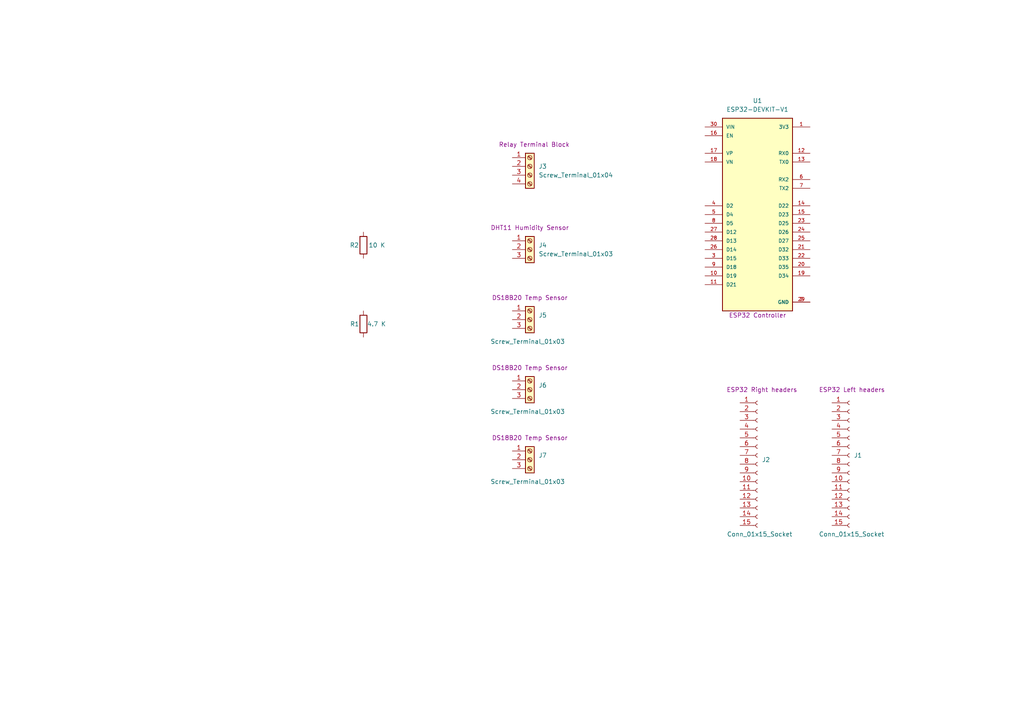
<source format=kicad_sch>
(kicad_sch (version 20231120) (generator "eeschema") (generator_version "8.0")
  (paper "A4")
  (title_block (title "${projectName}") (date "2025-01-23") (rev "${revision}"))
  (lib_symbols
    (symbol "Connector:Conn_01x15_Socket" (pin_names (offset 1.016) hide)
      (property "Reference" "J" (at 0 20.32 0))
      (property "Value" "Conn_01x15_Socket" (at 0 -20.32 0))
      (symbol "Conn_01x15_Socket_1_1"
        (arc (start 0 -17.272) (mid -0.5058 -17.78) (end 0 -18.288) (stroke (width 0.1524)))
        (arc (start 0 -14.732) (mid -0.5058 -15.24) (end 0 -15.748) (stroke (width 0.1524)))
        (arc (start 0 -12.192) (mid -0.5058 -12.7) (end 0 -13.208) (stroke (width 0.1524)))
        (arc (start 0 -9.652) (mid -0.5058 -10.16) (end 0 -10.668) (stroke (width 0.1524)))
        (arc (start 0 -7.112) (mid -0.5058 -7.62) (end 0 -8.128) (stroke (width 0.1524)))
        (arc (start 0 -4.572) (mid -0.5058 -5.08) (end 0 -5.588) (stroke (width 0.1524)))
        (arc (start 0 -2.032) (mid -0.5058 -2.54) (end 0 -3.048) (stroke (width 0.1524)))
        (polyline (pts (xy -1.27 -17.78) (xy -0.508 -17.78)) (stroke (width 0.1524)))
        (polyline (pts (xy -1.27 -15.24) (xy -0.508 -15.24)) (stroke (width 0.1524)))
        (polyline (pts (xy -1.27 -12.7) (xy -0.508 -12.7)) (stroke (width 0.1524)))
        (polyline (pts (xy -1.27 -10.16) (xy -0.508 -10.16)) (stroke (width 0.1524)))
        (polyline (pts (xy -1.27 -7.62) (xy -0.508 -7.62)) (stroke (width 0.1524)))
        (polyline (pts (xy -1.27 -5.08) (xy -0.508 -5.08)) (stroke (width 0.1524)))
        (polyline (pts (xy -1.27 -2.54) (xy -0.508 -2.54)) (stroke (width 0.1524)))
        (polyline (pts (xy -1.27 0) (xy -0.508 0)) (stroke (width 0.1524)))
        (polyline (pts (xy -1.27 2.54) (xy -0.508 2.54)) (stroke (width 0.1524)))
        (polyline (pts (xy -1.27 5.08) (xy -0.508 5.08)) (stroke (width 0.1524)))
        (polyline (pts (xy -1.27 7.62) (xy -0.508 7.62)) (stroke (width 0.1524)))
        (polyline (pts (xy -1.27 10.16) (xy -0.508 10.16)) (stroke (width 0.1524)))
        (polyline (pts (xy -1.27 12.7) (xy -0.508 12.7)) (stroke (width 0.1524)))
        (polyline (pts (xy -1.27 15.24) (xy -0.508 15.24)) (stroke (width 0.1524)))
        (polyline (pts (xy -1.27 17.78) (xy -0.508 17.78)) (stroke (width 0.1524)))
        (arc (start 0 0.508) (mid -0.5058 0) (end 0 -0.508) (stroke (width 0.1524)))
        (arc (start 0 3.048) (mid -0.5058 2.54) (end 0 2.032) (stroke (width 0.1524)))
        (arc (start 0 5.588) (mid -0.5058 5.08) (end 0 4.572) (stroke (width 0.1524)))
        (arc (start 0 8.128) (mid -0.5058 7.62) (end 0 7.112) (stroke (width 0.1524)))
        (arc (start 0 10.668) (mid -0.5058 10.16) (end 0 9.652) (stroke (width 0.1524)))
        (arc (start 0 13.208) (mid -0.5058 12.7) (end 0 12.192) (stroke (width 0.1524)))
        (arc (start 0 15.748) (mid -0.5058 15.24) (end 0 14.732) (stroke (width 0.1524)))
        (arc (start 0 18.288) (mid -0.5058 17.78) (end 0 17.272) (stroke (width 0.1524)))
        (pin passive line (at -5.08 17.78 0) (length 3.81) (name "Pin_1") (number "1"))
        (pin passive line (at -5.08 -5.08 0) (length 3.81) (name "Pin_10") (number "10"))
        (pin passive line (at -5.08 -7.62 0) (length 3.81) (name "Pin_11") (number "11"))
        (pin passive line (at -5.08 -10.16 0) (length 3.81) (name "Pin_12") (number "12"))
        (pin passive line (at -5.08 -12.7 0) (length 3.81) (name "Pin_13") (number "13"))
        (pin passive line (at -5.08 -15.24 0) (length 3.81) (name "Pin_14") (number "14"))
        (pin passive line (at -5.08 -17.78 0) (length 3.81) (name "Pin_15") (number "15"))
        (pin passive line (at -5.08 15.24 0) (length 3.81) (name "Pin_2") (number "2"))
        (pin passive line (at -5.08 12.7 0) (length 3.81) (name "Pin_3") (number "3"))
        (pin passive line (at -5.08 10.16 0) (length 3.81) (name "Pin_4") (number "4"))
        (pin passive line (at -5.08 7.62 0) (length 3.81) (name "Pin_5") (number "5"))
        (pin passive line (at -5.08 5.08 0) (length 3.81) (name "Pin_6") (number "6"))
        (pin passive line (at -5.08 2.54 0) (length 3.81) (name "Pin_7") (number "7"))
        (pin passive line (at -5.08 0 0) (length 3.81) (name "Pin_8") (number "8"))
        (pin passive line (at -5.08 -2.54 0) (length 3.81) (name "Pin_9") (number "9"))
      )
    )
    (symbol "Connector:Screw_Terminal_01x03" (pin_names (offset 1.016) hide)
      (property "Reference" "J" (at 0 5.08 0))
      (property "Value" "Screw_Terminal_01x03" (at 0 -5.08 0))
      (symbol "Screw_Terminal_01x03_1_1"
        (rectangle (start -1.27 3.81) (end 1.27 -3.81) (stroke (width 0.254)) (fill (type background)))
        (circle (center 0 -2.54) (radius 0.635) (stroke (width 0.1524)))
        (polyline (pts (xy -0.5334 -2.2098) (xy 0.3302 -3.048)) (stroke (width 0.1524)))
        (polyline (pts (xy -0.5334 0.3302) (xy 0.3302 -0.508)) (stroke (width 0.1524)))
        (polyline (pts (xy -0.5334 2.8702) (xy 0.3302 2.032)) (stroke (width 0.1524)))
        (polyline (pts (xy -0.3556 -2.032) (xy 0.508 -2.8702)) (stroke (width 0.1524)))
        (polyline (pts (xy -0.3556 0.508) (xy 0.508 -0.3302)) (stroke (width 0.1524)))
        (polyline (pts (xy -0.3556 3.048) (xy 0.508 2.2098)) (stroke (width 0.1524)))
        (circle (center 0 0) (radius 0.635) (stroke (width 0.1524)))
        (circle (center 0 2.54) (radius 0.635) (stroke (width 0.1524)))
        (pin passive line (at -5.08 2.54 0) (length 3.81) (name "Pin_1") (number "1"))
        (pin passive line (at -5.08 0 0) (length 3.81) (name "Pin_2") (number "2"))
        (pin passive line (at -5.08 -2.54 0) (length 3.81) (name "Pin_3") (number "3"))
      )
    )
    (symbol "Connector:Screw_Terminal_01x04" (pin_names (offset 1.016) hide)
      (property "Reference" "J" (at 0 5.08 0))
      (property "Value" "Screw_Terminal_01x04" (at 0 -7.62 0))
      (symbol "Screw_Terminal_01x04_1_1"
        (rectangle (start -1.27 3.81) (end 1.27 -6.35) (stroke (width 0.254)) (fill (type background)))
        (circle (center 0 -5.08) (radius 0.635) (stroke (width 0.1524)))
        (circle (center 0 -2.54) (radius 0.635) (stroke (width 0.1524)))
        (polyline (pts (xy -0.5334 -4.7498) (xy 0.3302 -5.588)) (stroke (width 0.1524)))
        (polyline (pts (xy -0.5334 -2.2098) (xy 0.3302 -3.048)) (stroke (width 0.1524)))
        (polyline (pts (xy -0.5334 0.3302) (xy 0.3302 -0.508)) (stroke (width 0.1524)))
        (polyline (pts (xy -0.5334 2.8702) (xy 0.3302 2.032)) (stroke (width 0.1524)))
        (polyline (pts (xy -0.3556 -4.572) (xy 0.508 -5.4102)) (stroke (width 0.1524)))
        (polyline (pts (xy -0.3556 -2.032) (xy 0.508 -2.8702)) (stroke (width 0.1524)))
        (polyline (pts (xy -0.3556 0.508) (xy 0.508 -0.3302)) (stroke (width 0.1524)))
        (polyline (pts (xy -0.3556 3.048) (xy 0.508 2.2098)) (stroke (width 0.1524)))
        (circle (center 0 0) (radius 0.635) (stroke (width 0.1524)))
        (circle (center 0 2.54) (radius 0.635) (stroke (width 0.1524)))
        (pin passive line (at -5.08 2.54 0) (length 3.81) (name "Pin_1") (number "1"))
        (pin passive line (at -5.08 0 0) (length 3.81) (name "Pin_2") (number "2"))
        (pin passive line (at -5.08 -2.54 0) (length 3.81) (name "Pin_3") (number "3"))
        (pin passive line (at -5.08 -5.08 0) (length 3.81) (name "Pin_4") (number "4"))
      )
    )
    (symbol "Device:R" (pin_numbers hide) (pin_names (offset 0))
      (property "Reference" "R" (at 2.032 0 90))
      (property "Value" "R" (at 0 0 90))
      (symbol "R_0_1"
        (rectangle (start -1.016 -2.54) (end 1.016 2.54) (stroke (width 0.254)))
      )
      (symbol "R_1_1"
        (pin passive line (at 0 3.81 270) (length 1.27) (name "~") (number "1"))
        (pin passive line (at 0 -3.81 90) (length 1.27) (name "~") (number "2"))
      )
    )
    (symbol "ESP32-DEVKIT-V1:ESP32-DEVKIT-V1" (pin_names (offset 1.016))
      (property "Reference" "U" (at -10.16 30.48 0))
      (property "Value" "ESP32-DEVKIT-V1" (at -10.16 -30.48 0))
      (symbol "ESP32-DEVKIT-V1_0_0"
        (rectangle (start -10.16 -27.94) (end 10.16 27.94) (stroke (width 0.254)) (fill (type background)))
        (pin output line (at 15.24 25.4 180) (length 5.08) (name "3V3") (number "1"))
        (pin bidirectional line (at -15.24 -17.78 0) (length 5.08) (name "D19") (number "10"))
        (pin bidirectional line (at -15.24 -20.32 0) (length 5.08) (name "D21") (number "11"))
        (pin input line (at 15.24 17.78 180) (length 5.08) (name "RX0") (number "12"))
        (pin output line (at 15.24 15.24 180) (length 5.08) (name "TX0") (number "13"))
        (pin bidirectional line (at 15.24 2.54 180) (length 5.08) (name "D22") (number "14"))
        (pin bidirectional line (at 15.24 0 180) (length 5.08) (name "D23") (number "15"))
        (pin input line (at -15.24 22.86 0) (length 5.08) (name "EN") (number "16"))
        (pin bidirectional line (at -15.24 17.78 0) (length 5.08) (name "VP") (number "17"))
        (pin bidirectional line (at -15.24 15.24 0) (length 5.08) (name "VN") (number "18"))
        (pin bidirectional line (at 15.24 -17.78 180) (length 5.08) (name "D34") (number "19"))
        (pin power_in line (at 15.24 -25.4 180) (length 5.08) (name "GND") (number "2"))
        (pin bidirectional line (at 15.24 -15.24 180) (length 5.08) (name "D35") (number "20"))
        (pin bidirectional line (at 15.24 -10.16 180) (length 5.08) (name "D32") (number "21"))
        (pin bidirectional line (at 15.24 -12.7 180) (length 5.08) (name "D33") (number "22"))
        (pin bidirectional line (at 15.24 -2.54 180) (length 5.08) (name "D25") (number "23"))
        (pin bidirectional line (at 15.24 -5.08 180) (length 5.08) (name "D26") (number "24"))
        (pin bidirectional line (at 15.24 -7.62 180) (length 5.08) (name "D27") (number "25"))
        (pin bidirectional line (at -15.24 -10.16 0) (length 5.08) (name "D14") (number "26"))
        (pin bidirectional line (at -15.24 -5.08 0) (length 5.08) (name "D12") (number "27"))
        (pin bidirectional line (at -15.24 -7.62 0) (length 5.08) (name "D13") (number "28"))
        (pin power_in line (at 15.24 -25.4 180) (length 5.08) (name "GND") (number "29"))
        (pin bidirectional line (at -15.24 -12.7 0) (length 5.08) (name "D15") (number "3"))
        (pin input line (at -15.24 25.4 0) (length 5.08) (name "VIN") (number "30"))
        (pin bidirectional line (at -15.24 2.54 0) (length 5.08) (name "D2") (number "4"))
        (pin bidirectional line (at -15.24 0 0) (length 5.08) (name "D4") (number "5"))
        (pin input line (at 15.24 10.16 180) (length 5.08) (name "RX2") (number "6"))
        (pin output line (at 15.24 7.62 180) (length 5.08) (name "TX2") (number "7"))
        (pin bidirectional line (at -15.24 -2.54 0) (length 5.08) (name "D5") (number "8"))
        (pin bidirectional line (at -15.24 -15.24 0) (length 5.08) (name "D18") (number "9"))
      )
    )
  )
  (symbol (lib_id "Connector:Screw_Terminal_01x03") (at 153.67 113.03 0) (unit 1)
    (property "Reference" "J6" (at 156.21 111.7599 0) (effects (justify left)))
    (property "Value" "Screw_Terminal_01x03" (at 142.24 119.38 0) (effects (justify left)))
    (property "Footprint" "TerminalBlock:TerminalBlock_MaiXu_MX126-5.0-03P_1x03_P5.00mm" (effects (hide yes)))
    (property "Description" "Generic screw terminal, single row, 01x03, script generated (kicad-library-utils/schlib/autogen/connector/)" (effects (hide yes)))
    (property "Purpose" "DS18B20 Temp Sensor" (at 153.67 106.68 0))
  )
  (symbol (lib_id "Connector:Screw_Terminal_01x03") (at 153.67 92.71 0) (unit 1)
    (property "Reference" "J5" (at 156.21 91.4399 0) (effects (justify left)))
    (property "Value" "Screw_Terminal_01x03" (at 142.24 99.06 0) (effects (justify left)))
    (property "Footprint" "TerminalBlock:TerminalBlock_MaiXu_MX126-5.0-03P_1x03_P5.00mm" (effects (hide yes)))
    (property "Description" "Generic screw terminal, single row, 01x03, script generated (kicad-library-utils/schlib/autogen/connector/)" (effects (hide yes)))
    (property "Purpose" "DS18B20 Temp Sensor" (at 153.67 86.36 0))
  )
  (symbol (lib_id "Connector:Screw_Terminal_01x03") (at 153.67 133.35 0) (unit 1)
    (property "Reference" "J7" (at 156.21 132.0799 0) (effects (justify left)))
    (property "Value" "Screw_Terminal_01x03" (at 142.24 139.7 0) (effects (justify left)))
    (property "Footprint" "TerminalBlock:TerminalBlock_MaiXu_MX126-5.0-03P_1x03_P5.00mm" (effects (hide yes)))
    (property "Description" "Generic screw terminal, single row, 01x03, script generated (kicad-library-utils/schlib/autogen/connector/)" (effects (hide yes)))
    (property "Purpose" "DS18B20 Temp Sensor" (at 153.67 127 0))
  )
  (symbol (lib_id "Connector:Screw_Terminal_01x04") (at 153.67 48.26 0) (unit 1)
    (property "Reference" "J3" (at 156.21 48.2599 0) (effects (justify left)))
    (property "Value" "Screw_Terminal_01x04" (at 156.21 50.7999 0) (effects (justify left)))
    (property "Footprint" "TerminalBlock:TerminalBlock_MaiXu_MX126-5.0-04P_1x04_P5.00mm" (effects (hide yes)))
    (property "Description" "Generic screw terminal, single row, 01x04, script generated (kicad-library-utils/schlib/autogen/connector/)" (effects (hide yes)))
    (property "Purpose" "Relay Terminal Block" (at 154.94 41.91 0))
  )
  (symbol (lib_id "Connector:Conn_01x15_Socket") (at 246.38 134.62 0) (unit 1)
    (property "Reference" "J1" (at 247.65 132.0799 0) (effects (justify left)))
    (property "Value" "Conn_01x15_Socket" (at 237.49 154.94 0) (effects (justify left)))
    (property "Description" "Generic connector, single row, 01x15, script generated" (effects (hide yes)))
    (property "Purpose" "ESP32 Left headers" (at 237.49 113.03 0) (effects (justify left)))
  )
  (symbol (lib_id "Connector:Conn_01x15_Socket") (at 219.71 134.62 0) (unit 1)
    (property "Reference" "J2" (at 220.98 133.3499 0) (effects (justify left)))
    (property "Value" "Conn_01x15_Socket" (at 210.82 154.94 0) (effects (justify left)))
    (property "Description" "Generic connector, single row, 01x15, script generated" (effects (hide yes)))
    (property "Purpose" "ESP32 Right headers" (at 220.98 113.03 0))
  )
  (symbol (lib_id "ESP32-DEVKIT-V1:ESP32-DEVKIT-V1") (at 219.71 62.23 0) (unit 1)
    (property "Reference" "U1" (at 219.71 29.21 0))
    (property "Value" "ESP32-DEVKIT-V1" (at 219.71 31.75 0))
    (property "Footprint" "germinator-pcb-board-libraries:ESP32_DEVKIT_V1" (effects (hide yes)))
    (property "MANUFACTURER" "DOIT" (effects (hide yes)))
    (property "Purpose" "ESP32 Controller" (at 219.71 91.44 0))
  )
  (symbol (lib_id "Connector:Screw_Terminal_01x03") (at 153.67 72.39 0) (unit 1)
    (property "Reference" "J4" (at 156.21 71.1199 0) (effects (justify left)))
    (property "Value" "Screw_Terminal_01x03" (at 156.21 73.6599 0) (effects (justify left)))
    (property "Footprint" "TerminalBlock:TerminalBlock_MaiXu_MX126-5.0-03P_1x03_P5.00mm" (effects (hide yes)))
    (property "Description" "Generic screw terminal, single row, 01x03, script generated (kicad-library-utils/schlib/autogen/connector/)" (effects (hide yes)))
    (property "Purpose" "DHT11 Humidity Sensor" (at 153.67 66.04 0))
  )
  (symbol (lib_id "Device:R") (at 105.41 93.98 180) (unit 1)
    (property "Reference" "R1" (at 102.87 93.98 0))
    (property "Value" "4.7 K" (at 109.22 93.98 0))
    (property "Footprint" "Resistor_THT:R_Axial_DIN0207_L6.3mm_D2.5mm_P7.62mm_Horizontal" (effects (hide yes)))
    (property "Description" "Resistor" (effects (hide yes)))
    (property "Purpose" "DS18B20 Temp Sensor Pullup" (effects (hide yes)))
  )
  (symbol (lib_id "Device:R") (at 105.41 71.12 180) (unit 1)
    (property "Reference" "R2" (at 104.14 71.12 0) (effects (justify left)))
    (property "Value" "10 K" (at 111.76 71.12 0) (effects (justify left)))
    (property "Footprint" "Resistor_THT:R_Axial_DIN0207_L6.3mm_D2.5mm_P7.62mm_Horizontal" (effects (hide yes)))
    (property "Description" "Resistor" (effects (hide yes)))
    (property "Purpose" "DHT11 Pullup" (effects (hide yes)))
  )
)
</source>
